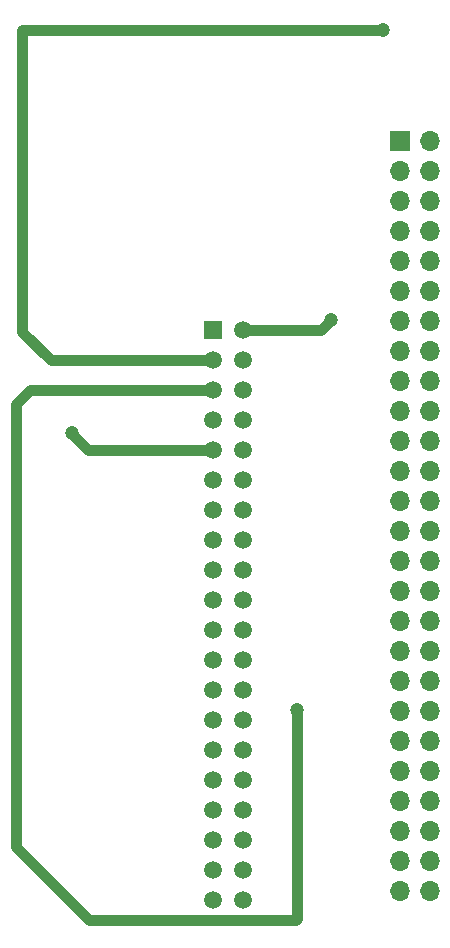
<source format=gbr>
%TF.GenerationSoftware,KiCad,Pcbnew,8.0.0*%
%TF.CreationDate,2024-06-21T11:16:24+02:00*%
%TF.ProjectId,lora,6c6f7261-2e6b-4696-9361-645f70636258,rev?*%
%TF.SameCoordinates,Original*%
%TF.FileFunction,Copper,L2,Bot*%
%TF.FilePolarity,Positive*%
%FSLAX46Y46*%
G04 Gerber Fmt 4.6, Leading zero omitted, Abs format (unit mm)*
G04 Created by KiCad (PCBNEW 8.0.0) date 2024-06-21 11:16:24*
%MOMM*%
%LPD*%
G01*
G04 APERTURE LIST*
%TA.AperFunction,ComponentPad*%
%ADD10R,1.700000X1.700000*%
%TD*%
%TA.AperFunction,ComponentPad*%
%ADD11O,1.700000X1.700000*%
%TD*%
%TA.AperFunction,ComponentPad*%
%ADD12R,1.508000X1.508000*%
%TD*%
%TA.AperFunction,ComponentPad*%
%ADD13C,1.508000*%
%TD*%
%TA.AperFunction,ViaPad*%
%ADD14C,1.200000*%
%TD*%
%TA.AperFunction,Conductor*%
%ADD15C,0.900000*%
%TD*%
G04 APERTURE END LIST*
D10*
%TO.P,U2,1,1*%
%TO.N,Net-(U3-GND_1)*%
X189300000Y-69100000D03*
D11*
%TO.P,U2,2,2*%
%TO.N,unconnected-(U2-Pad2)*%
X189300000Y-71640000D03*
%TO.P,U2,3,3*%
%TO.N,unconnected-(U2-Pad3)*%
X189300000Y-74180000D03*
%TO.P,U2,4,4*%
%TO.N,unconnected-(U2-Pad4)*%
X189300000Y-76720000D03*
%TO.P,U2,5,5*%
%TO.N,unconnected-(U2-Pad5)*%
X189300000Y-79260000D03*
%TO.P,U2,6,6*%
%TO.N,unconnected-(U2-Pad6)*%
X189300000Y-81800000D03*
%TO.P,U2,7,7*%
%TO.N,Net-(U3-5V_1)*%
X189300000Y-84340000D03*
%TO.P,U2,8,8*%
%TO.N,unconnected-(U2-Pad8)*%
X189300000Y-86880000D03*
%TO.P,U2,9,9*%
%TO.N,unconnected-(U2-Pad9)*%
X189300000Y-89420000D03*
%TO.P,U2,10,10*%
%TO.N,unconnected-(U2-Pad10)*%
X189300000Y-91960000D03*
%TO.P,U2,11,11*%
%TO.N,unconnected-(U2-Pad11)*%
X189300000Y-94500000D03*
%TO.P,U2,12,12*%
%TO.N,unconnected-(U2-Pad12)*%
X189300000Y-97040000D03*
%TO.P,U2,13,13*%
%TO.N,unconnected-(U2-Pad13)*%
X189300000Y-99580000D03*
%TO.P,U2,14,14*%
%TO.N,unconnected-(U2-Pad14)*%
X189300000Y-102120000D03*
%TO.P,U2,15,15*%
%TO.N,unconnected-(U2-Pad15)*%
X189300000Y-104660000D03*
%TO.P,U2,16,16*%
%TO.N,Net-(U3-GPIO3_SCL)*%
X189300000Y-107200000D03*
%TO.P,U2,17,17*%
%TO.N,unconnected-(U2-Pad17)*%
X189300000Y-109740000D03*
%TO.P,U2,18,18*%
%TO.N,unconnected-(U2-Pad18)*%
X189300000Y-112280000D03*
%TO.P,U2,19,19*%
%TO.N,unconnected-(U2-Pad19)*%
X189300000Y-114820000D03*
%TO.P,U2,20,20*%
%TO.N,unconnected-(U2-Pad20)*%
X189300000Y-117360000D03*
%TO.P,U2,21,21*%
%TO.N,unconnected-(U2-Pad21)*%
X189300000Y-119900000D03*
%TO.P,U2,22,22*%
%TO.N,unconnected-(U2-Pad22)*%
X189300000Y-122440000D03*
%TO.P,U2,23,23*%
%TO.N,unconnected-(U2-Pad23)*%
X189300000Y-124980000D03*
%TO.P,U2,24,24*%
%TO.N,unconnected-(U2-Pad24)*%
X189300000Y-127520000D03*
%TO.P,U2,25,25*%
%TO.N,unconnected-(U2-Pad25)*%
X189300000Y-130060000D03*
%TO.P,U2,26,26*%
%TO.N,unconnected-(U2-Pad26)*%
X189300000Y-132600000D03*
%TO.P,U2,27,27*%
%TO.N,unconnected-(U2-Pad27)*%
X191840000Y-132600000D03*
%TO.P,U2,28,28*%
%TO.N,unconnected-(U2-Pad28)*%
X191840000Y-130060000D03*
%TO.P,U2,29,29*%
%TO.N,unconnected-(U2-Pad29)*%
X191840000Y-127520000D03*
%TO.P,U2,30,30*%
%TO.N,unconnected-(U2-Pad30)*%
X191840000Y-124980000D03*
%TO.P,U2,31,31*%
%TO.N,unconnected-(U2-Pad31)*%
X191840000Y-122440000D03*
%TO.P,U2,32,32*%
%TO.N,unconnected-(U2-Pad32)*%
X191840000Y-119900000D03*
%TO.P,U2,33,33*%
%TO.N,unconnected-(U2-Pad33)*%
X191840000Y-117360000D03*
%TO.P,U2,34,34*%
%TO.N,unconnected-(U2-Pad34)*%
X191840000Y-114820000D03*
%TO.P,U2,35,35*%
%TO.N,unconnected-(U2-Pad35)*%
X191840000Y-112280000D03*
%TO.P,U2,36,36*%
%TO.N,unconnected-(U2-Pad36)*%
X191840000Y-109740000D03*
%TO.P,U2,37,37*%
%TO.N,Net-(U3-GPIO2_SDA)*%
X191840000Y-107200000D03*
%TO.P,U2,38,38*%
%TO.N,unconnected-(U2-Pad38)*%
X191840000Y-104660000D03*
%TO.P,U2,39,39*%
%TO.N,unconnected-(U2-Pad39)*%
X191840000Y-102120000D03*
%TO.P,U2,40,40*%
%TO.N,unconnected-(U2-Pad40)*%
X191840000Y-99580000D03*
%TO.P,U2,41,41*%
%TO.N,unconnected-(U2-Pad41)*%
X191840000Y-97040000D03*
%TO.P,U2,42,42*%
%TO.N,unconnected-(U2-Pad42)*%
X191840000Y-94500000D03*
%TO.P,U2,43,43*%
%TO.N,unconnected-(U2-Pad43)*%
X191840000Y-91960000D03*
%TO.P,U2,44,44*%
%TO.N,unconnected-(U2-Pad44)*%
X191840000Y-89420000D03*
%TO.P,U2,45,45*%
%TO.N,unconnected-(U2-Pad45)*%
X191840000Y-86880000D03*
%TO.P,U2,46,46*%
%TO.N,unconnected-(U2-Pad46)*%
X191840000Y-84340000D03*
%TO.P,U2,47,47*%
%TO.N,unconnected-(U2-Pad47)*%
X191840000Y-81800000D03*
%TO.P,U2,48,48*%
%TO.N,unconnected-(U2-Pad48)*%
X191840000Y-79260000D03*
%TO.P,U2,49,49*%
%TO.N,unconnected-(U2-Pad49)*%
X191840000Y-76720000D03*
%TO.P,U2,50,50*%
%TO.N,unconnected-(U2-Pad50)*%
X191840000Y-74180000D03*
%TO.P,U2,51,51*%
%TO.N,unconnected-(U2-Pad51)*%
X191840000Y-71640000D03*
%TO.P,U2,52,52*%
%TO.N,unconnected-(U2-Pad52)*%
X191840000Y-69100000D03*
%TD*%
D12*
%TO.P,U3,1,3V3_1*%
%TO.N,unconnected-(U3-3V3_1-Pad1)*%
X173500000Y-85180000D03*
D13*
%TO.P,U3,2,5V_1*%
%TO.N,Net-(U3-5V_1)*%
X176040000Y-85180000D03*
%TO.P,U3,3,GPIO2_SDA*%
%TO.N,Net-(U3-GPIO2_SDA)*%
X173500000Y-87720000D03*
%TO.P,U3,4,5V_2*%
%TO.N,unconnected-(U3-5V_2-Pad4)*%
X176040000Y-87720000D03*
%TO.P,U3,5,GPIO3_SCL*%
%TO.N,Net-(U3-GPIO3_SCL)*%
X173500000Y-90260000D03*
%TO.P,U3,6,GND_8*%
%TO.N,unconnected-(U3-GND_8-Pad6)*%
X176040000Y-90260000D03*
%TO.P,U3,7,GPIO4_GPCKL0*%
%TO.N,unconnected-(U3-GPIO4_GPCKL0-Pad7)*%
X173500000Y-92800000D03*
%TO.P,U3,8,TXD0_GPIO14*%
%TO.N,unconnected-(U3-TXD0_GPIO14-Pad8)*%
X176040000Y-92800000D03*
%TO.P,U3,9,GND_1*%
%TO.N,Net-(U3-GND_1)*%
X173500000Y-95340000D03*
%TO.P,U3,10,RXD0_GPIO15*%
%TO.N,unconnected-(U3-RXD0_GPIO15-Pad10)*%
X176040000Y-95340000D03*
%TO.P,U3,11,GPIO17_GEN0*%
%TO.N,unconnected-(U3-GPIO17_GEN0-Pad11)*%
X173500000Y-97880000D03*
%TO.P,U3,12,GPIO18*%
%TO.N,unconnected-(U3-GPIO18-Pad12)*%
X176040000Y-97880000D03*
%TO.P,U3,13,GPIO27_GEN2*%
%TO.N,unconnected-(U3-GPIO27_GEN2-Pad13)*%
X173500000Y-100420000D03*
%TO.P,U3,14,GND_4*%
%TO.N,unconnected-(U3-GND_4-Pad14)*%
X176040000Y-100420000D03*
%TO.P,U3,15,GPIO22_GEN3*%
%TO.N,unconnected-(U3-GPIO22_GEN3-Pad15)*%
X173500000Y-102960000D03*
%TO.P,U3,16,GEN4_GPIO23*%
%TO.N,unconnected-(U3-GEN4_GPIO23-Pad16)*%
X176040000Y-102960000D03*
%TO.P,U3,17,3V3_2*%
%TO.N,unconnected-(U3-3V3_2-Pad17)*%
X173500000Y-105500000D03*
%TO.P,U3,18,GEN5_GPIO24*%
%TO.N,unconnected-(U3-GEN5_GPIO24-Pad18)*%
X176040000Y-105500000D03*
%TO.P,U3,19,GPIO10_MOSI*%
%TO.N,unconnected-(U3-GPIO10_MOSI-Pad19)*%
X173500000Y-108040000D03*
%TO.P,U3,20,GND_5*%
%TO.N,unconnected-(U3-GND_5-Pad20)*%
X176040000Y-108040000D03*
%TO.P,U3,21,GPIO9_MISO*%
%TO.N,unconnected-(U3-GPIO9_MISO-Pad21)*%
X173500000Y-110580000D03*
%TO.P,U3,22,GEN_6GPIO25*%
%TO.N,unconnected-(U3-GEN_6GPIO25-Pad22)*%
X176040000Y-110580000D03*
%TO.P,U3,23,GPIO11_SCLK*%
%TO.N,unconnected-(U3-GPIO11_SCLK-Pad23)*%
X173500000Y-113120000D03*
%TO.P,U3,24,~{CE0}_GPIO8*%
%TO.N,unconnected-(U3-~{CE0}_GPIO8-Pad24)*%
X176040000Y-113120000D03*
%TO.P,U3,25,GND_2*%
%TO.N,unconnected-(U3-GND_2-Pad25)*%
X173500000Y-115660000D03*
%TO.P,U3,26,~{CE1}_GPIO7*%
%TO.N,unconnected-(U3-~{CE1}_GPIO7-Pad26)*%
X176040000Y-115660000D03*
%TO.P,U3,27,ID_SD*%
%TO.N,unconnected-(U3-ID_SD-Pad27)*%
X173500000Y-118200000D03*
%TO.P,U3,28,ID_SC*%
%TO.N,unconnected-(U3-ID_SC-Pad28)*%
X176040000Y-118200000D03*
%TO.P,U3,29,GPIO5*%
%TO.N,unconnected-(U3-GPIO5-Pad29)*%
X173500000Y-120740000D03*
%TO.P,U3,30,GND_6*%
%TO.N,unconnected-(U3-GND_6-Pad30)*%
X176040000Y-120740000D03*
%TO.P,U3,31,GPIO6*%
%TO.N,unconnected-(U3-GPIO6-Pad31)*%
X173500000Y-123280000D03*
%TO.P,U3,32,GPIO12*%
%TO.N,unconnected-(U3-GPIO12-Pad32)*%
X176040000Y-123280000D03*
%TO.P,U3,33,GPIO13*%
%TO.N,unconnected-(U3-GPIO13-Pad33)*%
X173500000Y-125820000D03*
%TO.P,U3,34,GND_7*%
%TO.N,unconnected-(U3-GND_7-Pad34)*%
X176040000Y-125820000D03*
%TO.P,U3,35,GPIO19*%
%TO.N,unconnected-(U3-GPIO19-Pad35)*%
X173500000Y-128360000D03*
%TO.P,U3,36,GPIO16*%
%TO.N,unconnected-(U3-GPIO16-Pad36)*%
X176040000Y-128360000D03*
%TO.P,U3,37,GPIO26*%
%TO.N,unconnected-(U3-GPIO26-Pad37)*%
X173500000Y-130900000D03*
%TO.P,U3,38,GPIO20*%
%TO.N,unconnected-(U3-GPIO20-Pad38)*%
X176040000Y-130900000D03*
%TO.P,U3,39,GND_3*%
%TO.N,unconnected-(U3-GND_3-Pad39)*%
X173500000Y-133440000D03*
%TO.P,U3,40,GPIO21*%
%TO.N,unconnected-(U3-GPIO21-Pad40)*%
X176040000Y-133440000D03*
%TD*%
D14*
%TO.N,Net-(U3-GND_1)*%
X161500000Y-93900000D03*
%TO.N,Net-(U3-5V_1)*%
X183480000Y-84280000D03*
%TO.N,Net-(U3-GPIO3_SCL)*%
X180600000Y-117340000D03*
%TO.N,Net-(U3-GPIO2_SDA)*%
X187900000Y-59700000D03*
%TD*%
D15*
%TO.N,Net-(U3-GND_1)*%
X173500000Y-95340000D02*
X162910976Y-95340000D01*
X162910976Y-95340000D02*
X161510976Y-93940000D01*
%TO.N,Net-(U3-5V_1)*%
X182580000Y-85180000D02*
X176040000Y-85180000D01*
X183480000Y-84280000D02*
X182580000Y-85180000D01*
%TO.N,Net-(U3-GPIO3_SCL)*%
X157940000Y-90260000D02*
X156800000Y-91400000D01*
X156800000Y-91400000D02*
X156800000Y-128900000D01*
X173500000Y-90260000D02*
X159160000Y-90260000D01*
X180600000Y-135000000D02*
X180600000Y-117340000D01*
X163000000Y-135100000D02*
X180500000Y-135100000D01*
X180500000Y-135100000D02*
X180600000Y-135000000D01*
X159040000Y-90260000D02*
X157940000Y-90260000D01*
X156800000Y-128900000D02*
X163000000Y-135100000D01*
%TO.N,Net-(U3-GPIO2_SDA)*%
X157300000Y-85300000D02*
X157300000Y-59700000D01*
X187900000Y-59700000D02*
X187800000Y-59700000D01*
X159720000Y-87720000D02*
X157300000Y-85300000D01*
X173500000Y-87720000D02*
X159720000Y-87720000D01*
X157300000Y-59700000D02*
X187900000Y-59700000D01*
%TD*%
M02*

</source>
